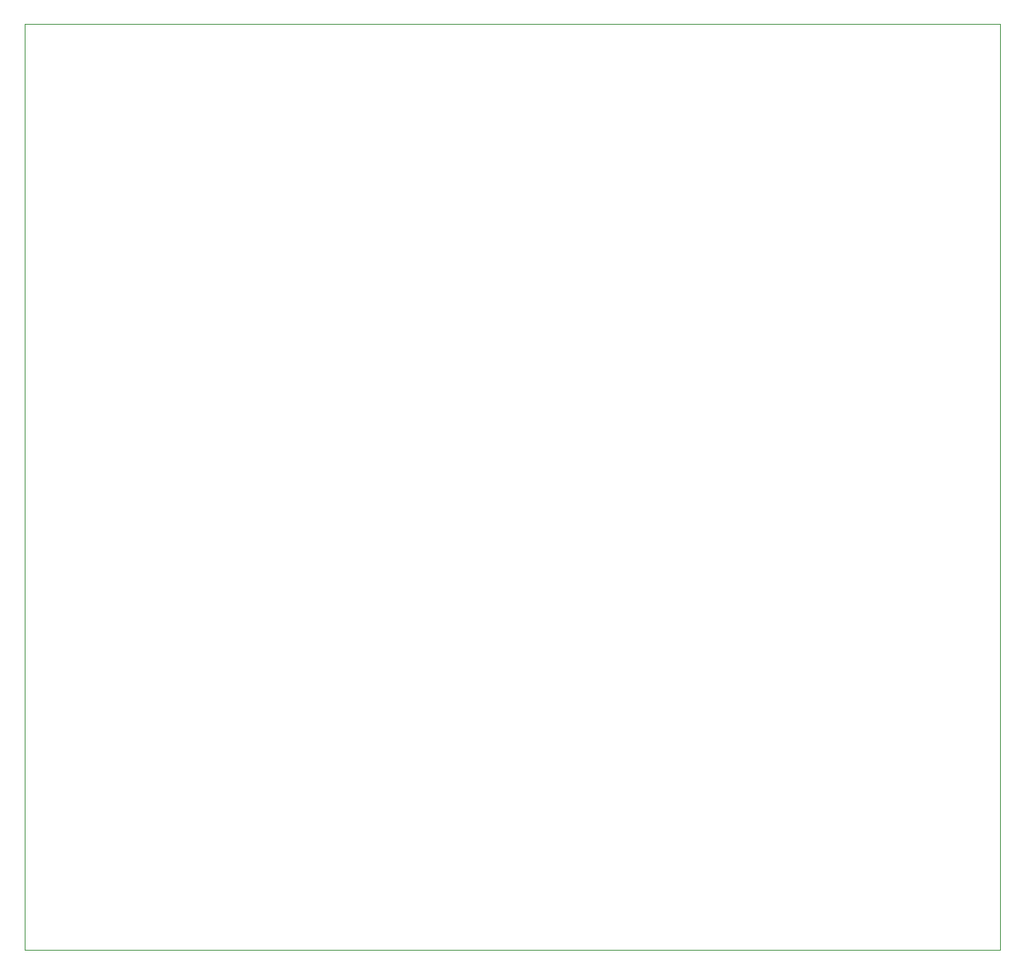
<source format=gbr>
G04 #@! TF.GenerationSoftware,KiCad,Pcbnew,(5.1.2-1)-1*
G04 #@! TF.CreationDate,2021-01-24T21:47:43-05:00*
G04 #@! TF.ProjectId,_autosave-LFO - MFOS,5f617574-6f73-4617-9665-2d4c464f202d,rev?*
G04 #@! TF.SameCoordinates,Original*
G04 #@! TF.FileFunction,Profile,NP*
%FSLAX46Y46*%
G04 Gerber Fmt 4.6, Leading zero omitted, Abs format (unit mm)*
G04 Created by KiCad (PCBNEW (5.1.2-1)-1) date 2021-01-24 21:47:43*
%MOMM*%
%LPD*%
G04 APERTURE LIST*
%ADD10C,0.050000*%
G04 APERTURE END LIST*
D10*
X119100000Y-12190000D02*
X113792000Y-12192000D01*
X119100000Y-113800000D02*
X119100000Y-12190000D01*
X12190000Y-113790000D02*
X119100000Y-113800000D01*
X113792000Y-12192000D02*
X12192000Y-12192000D01*
X12192000Y-12192000D02*
X12192000Y-113792000D01*
M02*

</source>
